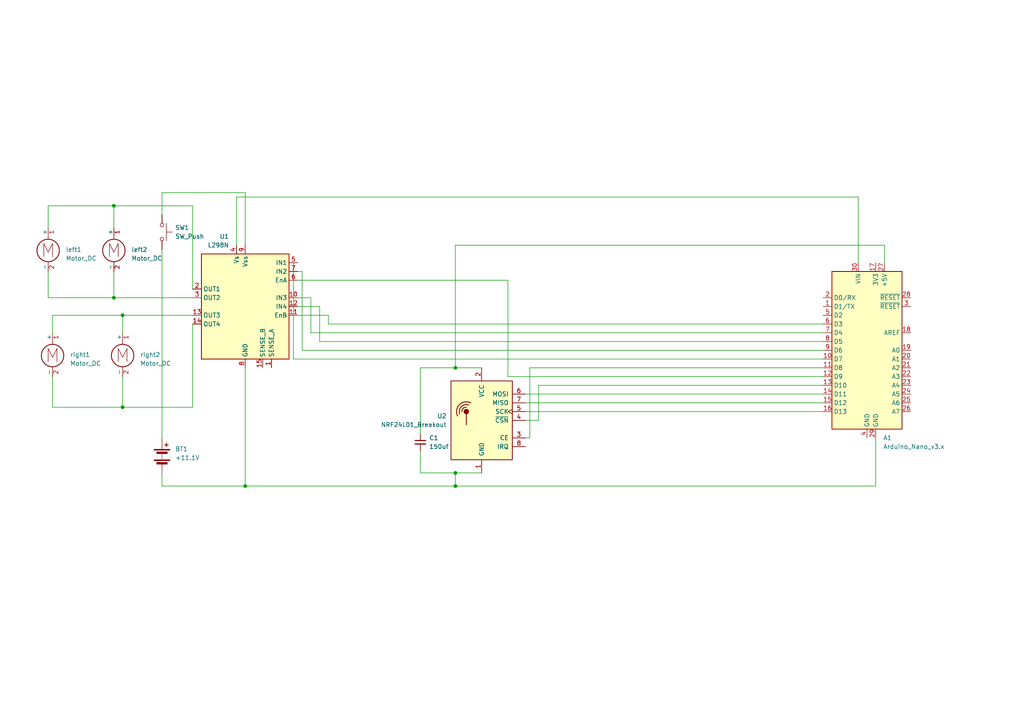
<source format=kicad_sch>
(kicad_sch (version 20250114) (generator "eeschema") (generator_version "9.0")
  (paper "A4")
  (title_block (title "Reciver Diagram") (date "2025-11-16") (company "20231059"))
  (lib_symbols
    (symbol "Device:Battery" (pin_numbers (hide yes)) (pin_names (offset 0) (hide yes))
      (property "Reference" "BT" (at 2.54 2.54 0))
      (property "Value" "Battery" (at 2.54 0 0))
      (symbol "Battery_0_1"
        (rectangle (start -2.286 1.778) (end 2.286 1.524) (fill (type outline)))
        (rectangle (start -2.286 -1.27) (end 2.286 -1.524) (fill (type outline)))
        (rectangle (start -1.524 1.016) (end 1.524 0.508) (fill (type outline)))
        (rectangle (start -1.524 -2.032) (end 1.524 -2.54) (fill (type outline)))
        (polyline (pts (xy 0 1.778) (xy 0 2.54)))
        (polyline (pts (xy 0 0) (xy 0 0.254)))
        (polyline (pts (xy 0 -0.508) (xy 0 -0.254)))
        (polyline (pts (xy 0 -1.016) (xy 0 -0.762)))
        (polyline (pts (xy 0.762 3.048) (xy 1.778 3.048)) (stroke (width 0.254)))
        (polyline (pts (xy 1.27 3.556) (xy 1.27 2.54)) (stroke (width 0.254)))
      )
      (symbol "Battery_1_1"
        (pin passive line (at 0 5.08 270) (length 2.54) (name "+") (number "1"))
        (pin passive line (at 0 -5.08 90) (length 2.54) (name "-") (number "2"))
      )
    )
    (symbol "Device:C_Small" (pin_numbers (hide yes)) (pin_names (offset 0.254) (hide yes))
      (property "Reference" "C" (at 0.254 1.778 0))
      (property "Value" "C_Small" (at 0.254 -2.032 0))
      (symbol "C_Small_0_1"
        (polyline (pts (xy -1.524 0.508) (xy 1.524 0.508)) (stroke (width 0.3048)))
        (polyline (pts (xy -1.524 -0.508) (xy 1.524 -0.508)) (stroke (width 0.3302)))
      )
      (symbol "C_Small_1_1"
        (pin passive line (at 0 2.54 270) (length 2.032) (name "~") (number "1"))
        (pin passive line (at 0 -2.54 90) (length 2.032) (name "~") (number "2"))
      )
    )
    (symbol "Driver_Motor:L298N"
      (property "Reference" "U" (at -10.16 16.51 0))
      (property "Value" "L298N" (at 12.7 16.51 0))
      (symbol "L298N_0_1"
        (rectangle (start -12.7 15.24) (end 12.7 -15.24) (stroke (width 0.254)) (fill (type background)))
      )
      (symbol "L298N_1_1"
        (pin input line (at -15.24 12.7 0) (length 2.54) (name "IN1") (number "5"))
        (pin input line (at -15.24 10.16 0) (length 2.54) (name "IN2") (number "7"))
        (pin input line (at -15.24 7.62 0) (length 2.54) (name "EnA") (number "6"))
        (pin input line (at -15.24 2.54 0) (length 2.54) (name "IN3") (number "10"))
        (pin input line (at -15.24 0 0) (length 2.54) (name "IN4") (number "12"))
        (pin input line (at -15.24 -2.54 0) (length 2.54) (name "EnB") (number "11"))
        (pin input line (at -7.62 -17.78 90) (length 2.54) (name "SENSE_A") (number "1"))
        (pin input line (at -5.08 -17.78 90) (length 2.54) (name "SENSE_B") (number "15"))
        (pin power_in line (at 0 17.78 270) (length 2.54) (name "Vss") (number "9"))
        (pin power_in line (at 0 -17.78 90) (length 2.54) (name "GND") (number "8"))
        (pin power_in line (at 2.54 17.78 270) (length 2.54) (name "Vs") (number "4"))
        (pin output line (at 15.24 5.08 180) (length 2.54) (name "OUT1") (number "2"))
        (pin output line (at 15.24 2.54 180) (length 2.54) (name "OUT2") (number "3"))
        (pin output line (at 15.24 -2.54 180) (length 2.54) (name "OUT3") (number "13"))
        (pin output line (at 15.24 -5.08 180) (length 2.54) (name "OUT4") (number "14"))
      )
    )
    (symbol "MCU_Module:Arduino_Nano_v3.x"
      (property "Reference" "A" (at -10.16 23.495 0))
      (property "Value" "Arduino_Nano_v3.x" (at 5.08 -24.13 0))
      (symbol "Arduino_Nano_v3.x_0_1"
        (rectangle (start -10.16 22.86) (end 10.16 -22.86) (stroke (width 0.254)) (fill (type background)))
      )
      (symbol "Arduino_Nano_v3.x_1_1"
        (pin bidirectional line (at -12.7 15.24 0) (length 2.54) (name "D0/RX") (number "2"))
        (pin bidirectional line (at -12.7 12.7 0) (length 2.54) (name "D1/TX") (number "1"))
        (pin bidirectional line (at -12.7 10.16 0) (length 2.54) (name "D2") (number "5"))
        (pin bidirectional line (at -12.7 7.62 0) (length 2.54) (name "D3") (number "6"))
        (pin bidirectional line (at -12.7 5.08 0) (length 2.54) (name "D4") (number "7"))
        (pin bidirectional line (at -12.7 2.54 0) (length 2.54) (name "D5") (number "8"))
        (pin bidirectional line (at -12.7 0 0) (length 2.54) (name "D6") (number "9"))
        (pin bidirectional line (at -12.7 -2.54 0) (length 2.54) (name "D7") (number "10"))
        (pin bidirectional line (at -12.7 -5.08 0) (length 2.54) (name "D8") (number "11"))
        (pin bidirectional line (at -12.7 -7.62 0) (length 2.54) (name "D9") (number "12"))
        (pin bidirectional line (at -12.7 -10.16 0) (length 2.54) (name "D10") (number "13"))
        (pin bidirectional line (at -12.7 -12.7 0) (length 2.54) (name "D11") (number "14"))
        (pin bidirectional line (at -12.7 -15.24 0) (length 2.54) (name "D12") (number "15"))
        (pin bidirectional line (at -12.7 -17.78 0) (length 2.54) (name "D13") (number "16"))
        (pin power_in line (at -2.54 25.4 270) (length 2.54) (name "VIN") (number "30"))
        (pin power_in line (at 0 -25.4 90) (length 2.54) (name "GND") (number "4"))
        (pin power_out line (at 2.54 25.4 270) (length 2.54) (name "3V3") (number "17"))
        (pin power_in line (at 2.54 -25.4 90) (length 2.54) (name "GND") (number "29"))
        (pin power_out line (at 5.08 25.4 270) (length 2.54) (name "+5V") (number "27"))
        (pin input line (at 12.7 15.24 180) (length 2.54) (name "~{RESET}") (number "28"))
        (pin input line (at 12.7 12.7 180) (length 2.54) (name "~{RESET}") (number "3"))
        (pin input line (at 12.7 5.08 180) (length 2.54) (name "AREF") (number "18"))
        (pin bidirectional line (at 12.7 0 180) (length 2.54) (name "A0") (number "19"))
        (pin bidirectional line (at 12.7 -2.54 180) (length 2.54) (name "A1") (number "20"))
        (pin bidirectional line (at 12.7 -5.08 180) (length 2.54) (name "A2") (number "21"))
        (pin bidirectional line (at 12.7 -7.62 180) (length 2.54) (name "A3") (number "22"))
        (pin bidirectional line (at 12.7 -10.16 180) (length 2.54) (name "A4") (number "23"))
        (pin bidirectional line (at 12.7 -12.7 180) (length 2.54) (name "A5") (number "24"))
        (pin bidirectional line (at 12.7 -15.24 180) (length 2.54) (name "A6") (number "25"))
        (pin bidirectional line (at 12.7 -17.78 180) (length 2.54) (name "A7") (number "26"))
      )
    )
    (symbol "Motor:Motor_DC" (pin_names (offset 0))
      (property "Reference" "M" (at 2.54 2.54 0))
      (property "Value" "Motor_DC" (at 2.54 -5.08 0))
      (symbol "Motor_DC_0_0"
        (polyline (pts (xy -1.27 -3.302) (xy -1.27 0.508) (xy 0 -2.032) (xy 1.27 0.508) (xy 1.27 -3.302)))
      )
      (symbol "Motor_DC_0_1"
        (polyline (pts (xy 0 2.032) (xy 0 2.54)))
        (polyline (pts (xy 0 1.7272) (xy 0 2.0828)))
        (circle (center 0 -1.524) (radius 3.2512) (stroke (width 0.254)))
        (polyline (pts (xy 0 -4.7752) (xy 0 -5.1816)))
        (polyline (pts (xy 0 -7.62) (xy 0 -7.112)))
      )
      (symbol "Motor_DC_1_1"
        (pin passive line (at 0 5.08 270) (length 2.54) (name "+") (number "1"))
        (pin passive line (at 0 -7.62 90) (length 2.54) (name "-") (number "2"))
      )
    )
    (symbol "RF:NRF24L01_Breakout" (pin_names (offset 1.016))
      (property "Reference" "U" (at -8.89 12.7 0))
      (property "Value" "NRF24L01_Breakout" (at 3.81 12.7 0))
      (symbol "NRF24L01_Breakout_0_1"
        (rectangle (start -8.89 11.43) (end 8.89 -11.43) (stroke (width 0.254)) (fill (type background)))
        (arc (start 3.175 5.08) (mid 6.453 4.548) (end 6.985 1.27) (stroke (width 0.254)))
        (circle (center 4.445 2.54) (radius 0.635) (stroke (width 0.254)) (fill (type outline)))
        (polyline (pts (xy 4.445 1.905) (xy 4.445 -1.27)) (stroke (width 0.254)))
        (arc (start 3.81 4.445) (mid 5.8835 3.9785) (end 6.35 1.905) (stroke (width 0.254)))
        (arc (start 4.445 3.81) (mid 5.3558 3.4508) (end 5.715 2.54) (stroke (width 0.254)))
      )
      (symbol "NRF24L01_Breakout_1_1"
        (pin input line (at -12.7 7.62 0) (length 3.81) (name "MOSI") (number "6"))
        (pin output line (at -12.7 5.08 0) (length 3.81) (name "MISO") (number "7"))
        (pin input clock (at -12.7 2.54 0) (length 3.81) (name "SCK") (number "5"))
        (pin input line (at -12.7 0 0) (length 3.81) (name "~{CSN}") (number "4"))
        (pin input line (at -12.7 -5.08 0) (length 3.81) (name "CE") (number "3"))
        (pin output line (at -12.7 -7.62 0) (length 3.81) (name "IRQ") (number "8"))
        (pin power_in line (at 0 15.24 270) (length 3.81) (name "VCC") (number "2"))
        (pin power_in line (at 0 -15.24 90) (length 3.81) (name "GND") (number "1"))
      )
    )
    (symbol "Switch:SW_Push" (pin_numbers (hide yes)) (pin_names (offset 1.016) (hide yes))
      (property "Reference" "SW" (at 1.27 2.54 0))
      (property "Value" "SW_Push" (at 0 -1.524 0))
      (symbol "SW_Push_0_1"
        (circle (center -2.032 0) (radius 0.508))
        (polyline (pts (xy 0 1.27) (xy 0 3.048)))
        (circle (center 2.032 0) (radius 0.508))
        (polyline (pts (xy 2.54 1.27) (xy -2.54 1.27)))
        (pin passive line (at -5.08 0 0) (length 2.54) (name "1") (number "1"))
        (pin passive line (at 5.08 0 180) (length 2.54) (name "2") (number "2"))
      )
    )
  )
  (junction (at 35.56 118.11))
  (junction (at 33.02 86.36))
  (junction (at 35.56 91.44))
  (junction (at 132.08 137.16))
  (junction (at 33.02 59.69))
  (junction (at 71.12 140.97))
  (junction (at 132.08 106.68))
  (junction (at 132.08 140.97))
  (wire (pts (xy 153.67 106.68) (xy 238.76 106.68)))
  (wire (pts (xy 33.02 59.69) (xy 13.97 59.69)))
  (wire (pts (xy 35.56 109.22) (xy 35.56 118.11)))
  (wire (pts (xy 87.63 78.74) (xy 87.63 101.6)))
  (wire (pts (xy 147.32 81.28) (xy 147.32 109.22)))
  (wire (pts (xy 55.88 83.82) (xy 55.88 59.69)))
  (wire (pts (xy 90.17 96.52) (xy 238.76 96.52)))
  (wire (pts (xy 156.21 121.92) (xy 156.21 111.76)))
  (wire (pts (xy 132.08 71.12) (xy 132.08 106.68)))
  (wire (pts (xy 13.97 86.36) (xy 33.02 86.36)))
  (wire (pts (xy 248.92 57.15) (xy 248.92 76.2)))
  (wire (pts (xy 86.36 86.36) (xy 90.17 86.36)))
  (wire (pts (xy 13.97 59.69) (xy 13.97 66.04)))
  (wire (pts (xy 86.36 81.28) (xy 147.32 81.28)))
  (wire (pts (xy 55.88 93.98) (xy 55.88 118.11)))
  (wire (pts (xy 35.56 118.11) (xy 55.88 118.11)))
  (wire (pts (xy 254 127) (xy 254 140.97)))
  (wire (pts (xy 139.7 106.68) (xy 132.08 106.68)))
  (wire (pts (xy 92.71 99.06) (xy 92.71 88.9)))
  (wire (pts (xy 13.97 86.36) (xy 13.97 78.74)))
  (wire (pts (xy 152.4 121.92) (xy 156.21 121.92)))
  (wire (pts (xy 86.36 91.44) (xy 95.25 91.44)))
  (wire (pts (xy 71.12 55.88) (xy 71.12 71.12)))
  (wire (pts (xy 86.36 78.74) (xy 87.63 78.74)))
  (wire (pts (xy 121.92 137.16) (xy 132.08 137.16)))
  (wire (pts (xy 33.02 78.74) (xy 33.02 86.36)))
  (wire (pts (xy 85.09 76.2) (xy 85.09 104.14)))
  (wire (pts (xy 95.25 93.98) (xy 95.25 91.44)))
  (wire (pts (xy 15.24 91.44) (xy 35.56 91.44)))
  (wire (pts (xy 152.4 114.3) (xy 238.76 114.3)))
  (wire (pts (xy 153.67 106.68) (xy 153.67 127)))
  (wire (pts (xy 121.92 130.81) (xy 121.92 137.16)))
  (wire (pts (xy 132.08 137.16) (xy 132.08 140.97)))
  (wire (pts (xy 132.08 140.97) (xy 254 140.97)))
  (wire (pts (xy 46.99 62.23) (xy 46.99 55.88)))
  (wire (pts (xy 46.99 140.97) (xy 71.12 140.97)))
  (wire (pts (xy 153.67 127) (xy 152.4 127)))
  (wire (pts (xy 68.58 57.15) (xy 248.92 57.15)))
  (wire (pts (xy 33.02 59.69) (xy 33.02 66.04)))
  (wire (pts (xy 33.02 59.69) (xy 55.88 59.69)))
  (wire (pts (xy 152.4 119.38) (xy 238.76 119.38)))
  (wire (pts (xy 156.21 111.76) (xy 238.76 111.76)))
  (wire (pts (xy 68.58 71.12) (xy 68.58 57.15)))
  (wire (pts (xy 86.36 76.2) (xy 85.09 76.2)))
  (wire (pts (xy 33.02 86.36) (xy 55.88 86.36)))
  (wire (pts (xy 46.99 137.16) (xy 46.99 140.97)))
  (wire (pts (xy 46.99 55.88) (xy 71.12 55.88)))
  (wire (pts (xy 121.92 125.73) (xy 121.92 106.68)))
  (wire (pts (xy 35.56 91.44) (xy 35.56 96.52)))
  (wire (pts (xy 35.56 118.11) (xy 15.24 118.11)))
  (wire (pts (xy 139.7 137.16) (xy 132.08 137.16)))
  (wire (pts (xy 86.36 88.9) (xy 92.71 88.9)))
  (wire (pts (xy 92.71 99.06) (xy 238.76 99.06)))
  (wire (pts (xy 256.54 76.2) (xy 256.54 71.12)))
  (wire (pts (xy 46.99 72.39) (xy 46.99 127)))
  (wire (pts (xy 90.17 96.52) (xy 90.17 86.36)))
  (wire (pts (xy 87.63 101.6) (xy 238.76 101.6)))
  (wire (pts (xy 95.25 93.98) (xy 238.76 93.98)))
  (wire (pts (xy 85.09 104.14) (xy 238.76 104.14)))
  (wire (pts (xy 121.92 106.68) (xy 132.08 106.68)))
  (wire (pts (xy 256.54 71.12) (xy 132.08 71.12)))
  (wire (pts (xy 15.24 118.11) (xy 15.24 109.22)))
  (wire (pts (xy 152.4 116.84) (xy 238.76 116.84)))
  (wire (pts (xy 71.12 140.97) (xy 71.12 106.68)))
  (wire (pts (xy 35.56 91.44) (xy 55.88 91.44)))
  (wire (pts (xy 147.32 109.22) (xy 238.76 109.22)))
  (wire (pts (xy 15.24 96.52) (xy 15.24 91.44)))
  (wire (pts (xy 71.12 140.97) (xy 132.08 140.97)))
  (symbol (lib_id "Driver_Motor:L298N") (at 71.12 88.9 0) (mirror y) (unit 1)
    (property "Reference" "U1" (at 66.4367 68.58 0) (effects (justify left)))
    (property "Value" "L298N" (at 66.4367 71.12 0) (effects (justify left)))
    (property "Footprint" "Package_TO_SOT_THT:TO-220-15_P2.54x5.08mm_StaggerOdd_Lead4.58mm_Vertical" (effects (hide yes)))
    (property "Datasheet" "http://www.st.com/st-web-ui/static/active/en/resource/technical/document/datasheet/CD00000240.pdf" (effects (hide yes)))
    (property "Description" "Dual full bridge motor driver, up to 46V, 4A, Multiwatt15-V" (effects (hide yes)))
  )
  (symbol (lib_id "MCU_Module:Arduino_Nano_v3.x") (at 251.46 101.6 0) (unit 1)
    (property "Reference" "A1" (at 256.1433 127 0) (effects (justify left)))
    (property "Value" "Arduino_Nano_v3.x" (at 256.1433 129.54 0) (effects (justify left)))
    (property "Footprint" "Module:Arduino_Nano" (effects (hide yes)))
    (property "Datasheet" "http://www.mouser.com/pdfdocs/Gravitech_Arduino_Nano3_0.pdf" (effects (hide yes)))
    (property "Description" "Arduino Nano v3.x" (effects (hide yes)))
  )
  (symbol (lib_id "Device:C_Small") (at 121.92 128.27 0) (unit 1)
    (property "Reference" "C1" (at 124.46 127.0062 0) (effects (justify left)))
    (property "Value" "150uf" (at 124.46 129.5462 0) (effects (justify left)))
    (property "Description" "Unpolarized capacitor, small symbol" (effects (hide yes)))
  )
  (symbol (lib_id "RF:NRF24L01_Breakout") (at 139.7 121.92 0) (mirror y) (unit 1)
    (property "Reference" "U2" (at 129.54 120.6499 0) (effects (justify left)))
    (property "Value" "NRF24L01_Breakout" (at 129.54 123.1899 0) (effects (justify left)))
    (property "Footprint" "RF_Module:nRF24L01_Breakout" (effects (hide yes)))
    (property "Datasheet" "http://www.nordicsemi.com/eng/content/download/2730/34105/file/nRF24L01_Product_Specification_v2_0.pdf" (effects (hide yes)))
    (property "Description" "Ultra low power 2.4GHz RF Transceiver, Carrier PCB" (effects (hide yes)))
  )
  (symbol (lib_id "Switch:SW_Push") (at 46.99 67.31 270) (unit 1)
    (property "Reference" "SW1" (at 50.8 66.0399 90) (effects (justify left)))
    (property "Value" "SW_Push" (at 50.8 68.5799 90) (effects (justify left)))
    (property "Description" "Push button switch, generic, two pins" (effects (hide yes)))
  )
  (symbol (lib_id "Motor:Motor_DC") (at 33.02 71.12 0) (unit 1)
    (property "Reference" "left2" (at 38.1 72.3899 0) (effects (justify left)))
    (property "Value" "Motor_DC" (at 38.1 74.9299 0) (effects (justify left)))
    (property "Description" "DC Motor" (effects (hide yes)))
  )
  (symbol (lib_id "Motor:Motor_DC") (at 15.24 101.6 0) (unit 1)
    (property "Reference" "right1" (at 20.32 102.8699 0) (effects (justify left)))
    (property "Value" "Motor_DC" (at 20.32 105.4099 0) (effects (justify left)))
    (property "Description" "DC Motor" (effects (hide yes)))
  )
  (symbol (lib_id "Motor:Motor_DC") (at 35.56 101.6 0) (unit 1)
    (property "Reference" "right2" (at 40.64 102.8699 0) (effects (justify left)))
    (property "Value" "Motor_DC" (at 40.64 105.4099 0) (effects (justify left)))
    (property "Description" "DC Motor" (effects (hide yes)))
  )
  (symbol (lib_id "Device:Battery") (at 46.99 132.08 0) (unit 1)
    (property "Reference" "BT1" (at 50.8 130.2384 0) (effects (justify left)))
    (property "Value" "+11.1V" (at 50.8 132.7784 0) (effects (justify left)))
    (property "Description" "Multiple-cell battery" (effects (hide yes)))
  )
  (symbol (lib_id "Motor:Motor_DC") (at 13.97 71.12 0) (unit 1)
    (property "Reference" "left1" (at 19.05 72.3899 0) (effects (justify left)))
    (property "Value" "Motor_DC" (at 19.05 74.9299 0) (effects (justify left)))
    (property "Description" "DC Motor" (effects (hide yes)))
  )
)
</source>
